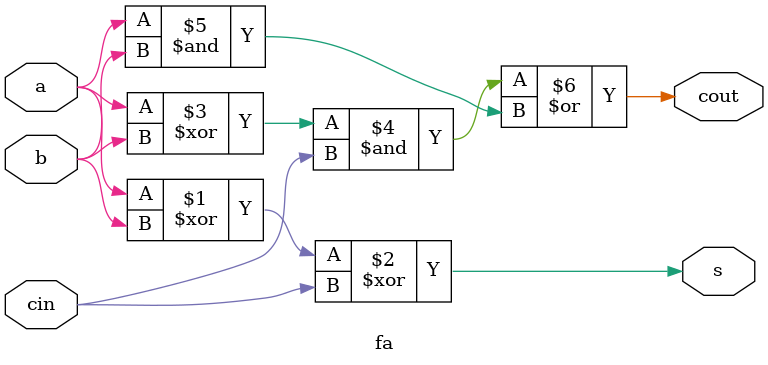
<source format=sv>
module fa (
    input  logic a,
    input  logic b,
    input  logic cin,
    output logic s,
    output logic cout
);

assign s    = a ^ b ^ cin;
assign cout = ((a ^ b) & cin) | (a & b);

endmodule

</source>
